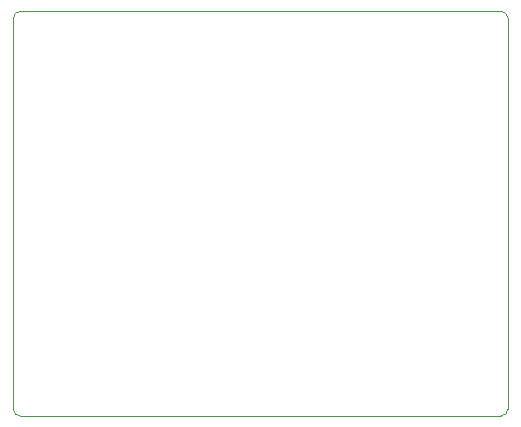
<source format=gm1>
%TF.GenerationSoftware,KiCad,Pcbnew,(5.1.12-1-10_14)*%
%TF.CreationDate,2021-11-21T00:24:19+08:00*%
%TF.ProjectId,Pragmatic,50726167-6d61-4746-9963-2e6b69636164,V0.1*%
%TF.SameCoordinates,Original*%
%TF.FileFunction,Profile,NP*%
%FSLAX46Y46*%
G04 Gerber Fmt 4.6, Leading zero omitted, Abs format (unit mm)*
G04 Created by KiCad (PCBNEW (5.1.12-1-10_14)) date 2021-11-21 00:24:19*
%MOMM*%
%LPD*%
G01*
G04 APERTURE LIST*
%TA.AperFunction,Profile*%
%ADD10C,0.120000*%
%TD*%
G04 APERTURE END LIST*
D10*
X160020000Y-45085000D02*
G75*
G02*
X160655000Y-45720000I0J-635000D01*
G01*
X160655000Y-78740000D02*
G75*
G02*
X160020000Y-79375000I-635000J0D01*
G01*
X118745000Y-45720000D02*
G75*
G02*
X119380000Y-45085000I635000J0D01*
G01*
X119380000Y-79375000D02*
G75*
G02*
X118745000Y-78740000I0J635000D01*
G01*
X118745000Y-78740000D02*
X118745000Y-45720000D01*
X160020000Y-79375000D02*
X119380000Y-79375000D01*
X160655000Y-45720000D02*
X160655000Y-78740000D01*
X119380000Y-45085000D02*
X160020000Y-45085000D01*
M02*

</source>
